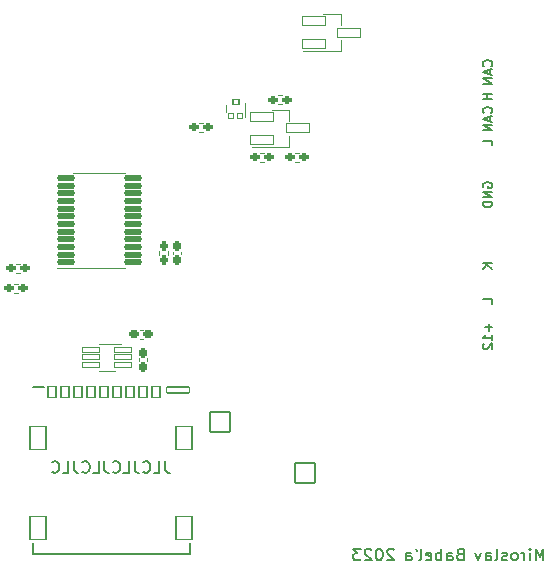
<source format=gbr>
%TF.GenerationSoftware,KiCad,Pcbnew,(7.0.0)*%
%TF.CreationDate,2023-03-16T22:42:37+01:00*%
%TF.ProjectId,iot_diagnostic_tool,696f745f-6469-4616-976e-6f737469635f,rev?*%
%TF.SameCoordinates,Original*%
%TF.FileFunction,Legend,Bot*%
%TF.FilePolarity,Positive*%
%FSLAX46Y46*%
G04 Gerber Fmt 4.6, Leading zero omitted, Abs format (unit mm)*
G04 Created by KiCad (PCBNEW (7.0.0)) date 2023-03-16 22:42:37*
%MOMM*%
%LPD*%
G01*
G04 APERTURE LIST*
G04 Aperture macros list*
%AMRoundRect*
0 Rectangle with rounded corners*
0 $1 Rounding radius*
0 $2 $3 $4 $5 $6 $7 $8 $9 X,Y pos of 4 corners*
0 Add a 4 corners polygon primitive as box body*
4,1,4,$2,$3,$4,$5,$6,$7,$8,$9,$2,$3,0*
0 Add four circle primitives for the rounded corners*
1,1,$1+$1,$2,$3*
1,1,$1+$1,$4,$5*
1,1,$1+$1,$6,$7*
1,1,$1+$1,$8,$9*
0 Add four rect primitives between the rounded corners*
20,1,$1+$1,$2,$3,$4,$5,0*
20,1,$1+$1,$4,$5,$6,$7,0*
20,1,$1+$1,$6,$7,$8,$9,0*
20,1,$1+$1,$8,$9,$2,$3,0*%
G04 Aperture macros list end*
%ADD10C,0.150000*%
%ADD11C,0.153000*%
%ADD12C,0.120000*%
%ADD13C,0.127000*%
%ADD14C,0.711200*%
%ADD15C,0.836200*%
%ADD16C,0.010000*%
%ADD17C,1.370000*%
%ADD18RoundRect,0.050000X-0.850000X-0.850000X0.850000X-0.850000X0.850000X0.850000X-0.850000X0.850000X0*%
%ADD19O,1.800000X1.800000*%
%ADD20RoundRect,0.050000X-0.950000X-0.400000X0.950000X-0.400000X0.950000X0.400000X-0.950000X0.400000X0*%
%ADD21RoundRect,0.150000X-0.637500X-0.100000X0.637500X-0.100000X0.637500X0.100000X-0.637500X0.100000X0*%
%ADD22RoundRect,0.205000X-0.155000X0.212500X-0.155000X-0.212500X0.155000X-0.212500X0.155000X0.212500X0*%
%ADD23RoundRect,0.210000X0.197500X0.160000X-0.197500X0.160000X-0.197500X-0.160000X0.197500X-0.160000X0*%
%ADD24RoundRect,0.205000X-0.212500X-0.155000X0.212500X-0.155000X0.212500X0.155000X-0.212500X0.155000X0*%
%ADD25RoundRect,0.205000X0.155000X-0.212500X0.155000X0.212500X-0.155000X0.212500X-0.155000X-0.212500X0*%
%ADD26RoundRect,0.210000X-0.160000X0.197500X-0.160000X-0.197500X0.160000X-0.197500X0.160000X0.197500X0*%
%ADD27RoundRect,0.210000X-0.197500X-0.160000X0.197500X-0.160000X0.197500X0.160000X-0.197500X0.160000X0*%
%ADD28RoundRect,0.050000X0.200000X-0.225000X0.200000X0.225000X-0.200000X0.225000X-0.200000X-0.225000X0*%
%ADD29RoundRect,0.050000X0.250000X-0.225000X0.250000X0.225000X-0.250000X0.225000X-0.250000X-0.225000X0*%
%ADD30RoundRect,0.050000X0.335000X-0.475000X0.335000X0.475000X-0.335000X0.475000X-0.335000X-0.475000X0*%
%ADD31RoundRect,0.050000X0.675000X-1.000000X0.675000X1.000000X-0.675000X1.000000X-0.675000X-1.000000X0*%
%ADD32RoundRect,0.050000X0.940000X0.250000X-0.940000X0.250000X-0.940000X-0.250000X0.940000X-0.250000X0*%
%ADD33RoundRect,0.050000X0.750000X0.200000X-0.750000X0.200000X-0.750000X-0.200000X0.750000X-0.200000X0*%
G04 APERTURE END LIST*
D10*
X169349714Y-76197619D02*
X169387809Y-76159523D01*
X169387809Y-76159523D02*
X169425904Y-76045238D01*
X169425904Y-76045238D02*
X169425904Y-75969047D01*
X169425904Y-75969047D02*
X169387809Y-75854761D01*
X169387809Y-75854761D02*
X169311619Y-75778571D01*
X169311619Y-75778571D02*
X169235428Y-75740476D01*
X169235428Y-75740476D02*
X169083047Y-75702380D01*
X169083047Y-75702380D02*
X168968761Y-75702380D01*
X168968761Y-75702380D02*
X168816380Y-75740476D01*
X168816380Y-75740476D02*
X168740190Y-75778571D01*
X168740190Y-75778571D02*
X168664000Y-75854761D01*
X168664000Y-75854761D02*
X168625904Y-75969047D01*
X168625904Y-75969047D02*
X168625904Y-76045238D01*
X168625904Y-76045238D02*
X168664000Y-76159523D01*
X168664000Y-76159523D02*
X168702095Y-76197619D01*
X169197333Y-76502380D02*
X169197333Y-76883333D01*
X169425904Y-76426190D02*
X168625904Y-76692857D01*
X168625904Y-76692857D02*
X169425904Y-76959523D01*
X169425904Y-77226190D02*
X168625904Y-77226190D01*
X168625904Y-77226190D02*
X169425904Y-77683333D01*
X169425904Y-77683333D02*
X168625904Y-77683333D01*
X169425904Y-78544285D02*
X168625904Y-78544285D01*
X169006857Y-78544285D02*
X169006857Y-79001428D01*
X169425904Y-79001428D02*
X168625904Y-79001428D01*
X169349714Y-80147619D02*
X169387809Y-80109523D01*
X169387809Y-80109523D02*
X169425904Y-79995238D01*
X169425904Y-79995238D02*
X169425904Y-79919047D01*
X169425904Y-79919047D02*
X169387809Y-79804761D01*
X169387809Y-79804761D02*
X169311619Y-79728571D01*
X169311619Y-79728571D02*
X169235428Y-79690476D01*
X169235428Y-79690476D02*
X169083047Y-79652380D01*
X169083047Y-79652380D02*
X168968761Y-79652380D01*
X168968761Y-79652380D02*
X168816380Y-79690476D01*
X168816380Y-79690476D02*
X168740190Y-79728571D01*
X168740190Y-79728571D02*
X168664000Y-79804761D01*
X168664000Y-79804761D02*
X168625904Y-79919047D01*
X168625904Y-79919047D02*
X168625904Y-79995238D01*
X168625904Y-79995238D02*
X168664000Y-80109523D01*
X168664000Y-80109523D02*
X168702095Y-80147619D01*
X169197333Y-80452380D02*
X169197333Y-80833333D01*
X169425904Y-80376190D02*
X168625904Y-80642857D01*
X168625904Y-80642857D02*
X169425904Y-80909523D01*
X169425904Y-81176190D02*
X168625904Y-81176190D01*
X168625904Y-81176190D02*
X169425904Y-81633333D01*
X169425904Y-81633333D02*
X168625904Y-81633333D01*
X169425904Y-82875237D02*
X169425904Y-82494285D01*
X169425904Y-82494285D02*
X168625904Y-82494285D01*
X168664000Y-86459523D02*
X168625904Y-86383333D01*
X168625904Y-86383333D02*
X168625904Y-86269047D01*
X168625904Y-86269047D02*
X168664000Y-86154761D01*
X168664000Y-86154761D02*
X168740190Y-86078571D01*
X168740190Y-86078571D02*
X168816380Y-86040476D01*
X168816380Y-86040476D02*
X168968761Y-86002380D01*
X168968761Y-86002380D02*
X169083047Y-86002380D01*
X169083047Y-86002380D02*
X169235428Y-86040476D01*
X169235428Y-86040476D02*
X169311619Y-86078571D01*
X169311619Y-86078571D02*
X169387809Y-86154761D01*
X169387809Y-86154761D02*
X169425904Y-86269047D01*
X169425904Y-86269047D02*
X169425904Y-86345238D01*
X169425904Y-86345238D02*
X169387809Y-86459523D01*
X169387809Y-86459523D02*
X169349714Y-86497619D01*
X169349714Y-86497619D02*
X169083047Y-86497619D01*
X169083047Y-86497619D02*
X169083047Y-86345238D01*
X169425904Y-86840476D02*
X168625904Y-86840476D01*
X168625904Y-86840476D02*
X169425904Y-87297619D01*
X169425904Y-87297619D02*
X168625904Y-87297619D01*
X169425904Y-87678571D02*
X168625904Y-87678571D01*
X168625904Y-87678571D02*
X168625904Y-87869047D01*
X168625904Y-87869047D02*
X168664000Y-87983333D01*
X168664000Y-87983333D02*
X168740190Y-88059523D01*
X168740190Y-88059523D02*
X168816380Y-88097618D01*
X168816380Y-88097618D02*
X168968761Y-88135714D01*
X168968761Y-88135714D02*
X169083047Y-88135714D01*
X169083047Y-88135714D02*
X169235428Y-88097618D01*
X169235428Y-88097618D02*
X169311619Y-88059523D01*
X169311619Y-88059523D02*
X169387809Y-87983333D01*
X169387809Y-87983333D02*
X169425904Y-87869047D01*
X169425904Y-87869047D02*
X169425904Y-87678571D01*
X169425904Y-92890476D02*
X168625904Y-92890476D01*
X169425904Y-93347619D02*
X168968761Y-93004761D01*
X168625904Y-93347619D02*
X169083047Y-92890476D01*
X169425904Y-96321428D02*
X169425904Y-95940476D01*
X169425904Y-95940476D02*
X168625904Y-95940476D01*
X169121142Y-97990476D02*
X169121142Y-98600000D01*
X169425904Y-98295238D02*
X168816380Y-98295238D01*
X169425904Y-99399999D02*
X169425904Y-98942856D01*
X169425904Y-99171428D02*
X168625904Y-99171428D01*
X168625904Y-99171428D02*
X168740190Y-99095237D01*
X168740190Y-99095237D02*
X168816380Y-99019047D01*
X168816380Y-99019047D02*
X168854476Y-98942856D01*
X168702095Y-99704761D02*
X168664000Y-99742857D01*
X168664000Y-99742857D02*
X168625904Y-99819047D01*
X168625904Y-99819047D02*
X168625904Y-100009523D01*
X168625904Y-100009523D02*
X168664000Y-100085714D01*
X168664000Y-100085714D02*
X168702095Y-100123809D01*
X168702095Y-100123809D02*
X168778285Y-100161904D01*
X168778285Y-100161904D02*
X168854476Y-100161904D01*
X168854476Y-100161904D02*
X168968761Y-100123809D01*
X168968761Y-100123809D02*
X169425904Y-99666666D01*
X169425904Y-99666666D02*
X169425904Y-100161904D01*
X173761904Y-118032380D02*
X173761904Y-117032380D01*
X173761904Y-117032380D02*
X173428571Y-117746666D01*
X173428571Y-117746666D02*
X173095238Y-117032380D01*
X173095238Y-117032380D02*
X173095238Y-118032380D01*
X172619047Y-118032380D02*
X172619047Y-117365714D01*
X172619047Y-117032380D02*
X172666666Y-117080000D01*
X172666666Y-117080000D02*
X172619047Y-117127619D01*
X172619047Y-117127619D02*
X172571428Y-117080000D01*
X172571428Y-117080000D02*
X172619047Y-117032380D01*
X172619047Y-117032380D02*
X172619047Y-117127619D01*
X172142857Y-118032380D02*
X172142857Y-117365714D01*
X172142857Y-117556190D02*
X172095238Y-117460952D01*
X172095238Y-117460952D02*
X172047619Y-117413333D01*
X172047619Y-117413333D02*
X171952381Y-117365714D01*
X171952381Y-117365714D02*
X171857143Y-117365714D01*
X171380952Y-118032380D02*
X171476190Y-117984761D01*
X171476190Y-117984761D02*
X171523809Y-117937142D01*
X171523809Y-117937142D02*
X171571428Y-117841904D01*
X171571428Y-117841904D02*
X171571428Y-117556190D01*
X171571428Y-117556190D02*
X171523809Y-117460952D01*
X171523809Y-117460952D02*
X171476190Y-117413333D01*
X171476190Y-117413333D02*
X171380952Y-117365714D01*
X171380952Y-117365714D02*
X171238095Y-117365714D01*
X171238095Y-117365714D02*
X171142857Y-117413333D01*
X171142857Y-117413333D02*
X171095238Y-117460952D01*
X171095238Y-117460952D02*
X171047619Y-117556190D01*
X171047619Y-117556190D02*
X171047619Y-117841904D01*
X171047619Y-117841904D02*
X171095238Y-117937142D01*
X171095238Y-117937142D02*
X171142857Y-117984761D01*
X171142857Y-117984761D02*
X171238095Y-118032380D01*
X171238095Y-118032380D02*
X171380952Y-118032380D01*
X170666666Y-117984761D02*
X170571428Y-118032380D01*
X170571428Y-118032380D02*
X170380952Y-118032380D01*
X170380952Y-118032380D02*
X170285714Y-117984761D01*
X170285714Y-117984761D02*
X170238095Y-117889523D01*
X170238095Y-117889523D02*
X170238095Y-117841904D01*
X170238095Y-117841904D02*
X170285714Y-117746666D01*
X170285714Y-117746666D02*
X170380952Y-117699047D01*
X170380952Y-117699047D02*
X170523809Y-117699047D01*
X170523809Y-117699047D02*
X170619047Y-117651428D01*
X170619047Y-117651428D02*
X170666666Y-117556190D01*
X170666666Y-117556190D02*
X170666666Y-117508571D01*
X170666666Y-117508571D02*
X170619047Y-117413333D01*
X170619047Y-117413333D02*
X170523809Y-117365714D01*
X170523809Y-117365714D02*
X170380952Y-117365714D01*
X170380952Y-117365714D02*
X170285714Y-117413333D01*
X169666666Y-118032380D02*
X169761904Y-117984761D01*
X169761904Y-117984761D02*
X169809523Y-117889523D01*
X169809523Y-117889523D02*
X169809523Y-117032380D01*
X168857142Y-118032380D02*
X168857142Y-117508571D01*
X168857142Y-117508571D02*
X168904761Y-117413333D01*
X168904761Y-117413333D02*
X168999999Y-117365714D01*
X168999999Y-117365714D02*
X169190475Y-117365714D01*
X169190475Y-117365714D02*
X169285713Y-117413333D01*
X168857142Y-117984761D02*
X168952380Y-118032380D01*
X168952380Y-118032380D02*
X169190475Y-118032380D01*
X169190475Y-118032380D02*
X169285713Y-117984761D01*
X169285713Y-117984761D02*
X169333332Y-117889523D01*
X169333332Y-117889523D02*
X169333332Y-117794285D01*
X169333332Y-117794285D02*
X169285713Y-117699047D01*
X169285713Y-117699047D02*
X169190475Y-117651428D01*
X169190475Y-117651428D02*
X168952380Y-117651428D01*
X168952380Y-117651428D02*
X168857142Y-117603809D01*
X168476189Y-117365714D02*
X168238094Y-118032380D01*
X168238094Y-118032380D02*
X167999999Y-117365714D01*
X166685713Y-117508571D02*
X166542856Y-117556190D01*
X166542856Y-117556190D02*
X166495237Y-117603809D01*
X166495237Y-117603809D02*
X166447618Y-117699047D01*
X166447618Y-117699047D02*
X166447618Y-117841904D01*
X166447618Y-117841904D02*
X166495237Y-117937142D01*
X166495237Y-117937142D02*
X166542856Y-117984761D01*
X166542856Y-117984761D02*
X166638094Y-118032380D01*
X166638094Y-118032380D02*
X167019046Y-118032380D01*
X167019046Y-118032380D02*
X167019046Y-117032380D01*
X167019046Y-117032380D02*
X166685713Y-117032380D01*
X166685713Y-117032380D02*
X166590475Y-117080000D01*
X166590475Y-117080000D02*
X166542856Y-117127619D01*
X166542856Y-117127619D02*
X166495237Y-117222857D01*
X166495237Y-117222857D02*
X166495237Y-117318095D01*
X166495237Y-117318095D02*
X166542856Y-117413333D01*
X166542856Y-117413333D02*
X166590475Y-117460952D01*
X166590475Y-117460952D02*
X166685713Y-117508571D01*
X166685713Y-117508571D02*
X167019046Y-117508571D01*
X165590475Y-118032380D02*
X165590475Y-117508571D01*
X165590475Y-117508571D02*
X165638094Y-117413333D01*
X165638094Y-117413333D02*
X165733332Y-117365714D01*
X165733332Y-117365714D02*
X165923808Y-117365714D01*
X165923808Y-117365714D02*
X166019046Y-117413333D01*
X165590475Y-117984761D02*
X165685713Y-118032380D01*
X165685713Y-118032380D02*
X165923808Y-118032380D01*
X165923808Y-118032380D02*
X166019046Y-117984761D01*
X166019046Y-117984761D02*
X166066665Y-117889523D01*
X166066665Y-117889523D02*
X166066665Y-117794285D01*
X166066665Y-117794285D02*
X166019046Y-117699047D01*
X166019046Y-117699047D02*
X165923808Y-117651428D01*
X165923808Y-117651428D02*
X165685713Y-117651428D01*
X165685713Y-117651428D02*
X165590475Y-117603809D01*
X165114284Y-118032380D02*
X165114284Y-117032380D01*
X165114284Y-117413333D02*
X165019046Y-117365714D01*
X165019046Y-117365714D02*
X164828570Y-117365714D01*
X164828570Y-117365714D02*
X164733332Y-117413333D01*
X164733332Y-117413333D02*
X164685713Y-117460952D01*
X164685713Y-117460952D02*
X164638094Y-117556190D01*
X164638094Y-117556190D02*
X164638094Y-117841904D01*
X164638094Y-117841904D02*
X164685713Y-117937142D01*
X164685713Y-117937142D02*
X164733332Y-117984761D01*
X164733332Y-117984761D02*
X164828570Y-118032380D01*
X164828570Y-118032380D02*
X165019046Y-118032380D01*
X165019046Y-118032380D02*
X165114284Y-117984761D01*
X163828570Y-117984761D02*
X163923808Y-118032380D01*
X163923808Y-118032380D02*
X164114284Y-118032380D01*
X164114284Y-118032380D02*
X164209522Y-117984761D01*
X164209522Y-117984761D02*
X164257141Y-117889523D01*
X164257141Y-117889523D02*
X164257141Y-117508571D01*
X164257141Y-117508571D02*
X164209522Y-117413333D01*
X164209522Y-117413333D02*
X164114284Y-117365714D01*
X164114284Y-117365714D02*
X163923808Y-117365714D01*
X163923808Y-117365714D02*
X163828570Y-117413333D01*
X163828570Y-117413333D02*
X163780951Y-117508571D01*
X163780951Y-117508571D02*
X163780951Y-117603809D01*
X163780951Y-117603809D02*
X164257141Y-117699047D01*
X163209522Y-118032380D02*
X163304760Y-117984761D01*
X163304760Y-117984761D02*
X163352379Y-117889523D01*
X163352379Y-117889523D02*
X163352379Y-117032380D01*
X162971427Y-117032380D02*
X163066665Y-117222857D01*
X162114284Y-118032380D02*
X162114284Y-117508571D01*
X162114284Y-117508571D02*
X162161903Y-117413333D01*
X162161903Y-117413333D02*
X162257141Y-117365714D01*
X162257141Y-117365714D02*
X162447617Y-117365714D01*
X162447617Y-117365714D02*
X162542855Y-117413333D01*
X162114284Y-117984761D02*
X162209522Y-118032380D01*
X162209522Y-118032380D02*
X162447617Y-118032380D01*
X162447617Y-118032380D02*
X162542855Y-117984761D01*
X162542855Y-117984761D02*
X162590474Y-117889523D01*
X162590474Y-117889523D02*
X162590474Y-117794285D01*
X162590474Y-117794285D02*
X162542855Y-117699047D01*
X162542855Y-117699047D02*
X162447617Y-117651428D01*
X162447617Y-117651428D02*
X162209522Y-117651428D01*
X162209522Y-117651428D02*
X162114284Y-117603809D01*
X161085712Y-117127619D02*
X161038093Y-117080000D01*
X161038093Y-117080000D02*
X160942855Y-117032380D01*
X160942855Y-117032380D02*
X160704760Y-117032380D01*
X160704760Y-117032380D02*
X160609522Y-117080000D01*
X160609522Y-117080000D02*
X160561903Y-117127619D01*
X160561903Y-117127619D02*
X160514284Y-117222857D01*
X160514284Y-117222857D02*
X160514284Y-117318095D01*
X160514284Y-117318095D02*
X160561903Y-117460952D01*
X160561903Y-117460952D02*
X161133331Y-118032380D01*
X161133331Y-118032380D02*
X160514284Y-118032380D01*
X159895236Y-117032380D02*
X159799998Y-117032380D01*
X159799998Y-117032380D02*
X159704760Y-117080000D01*
X159704760Y-117080000D02*
X159657141Y-117127619D01*
X159657141Y-117127619D02*
X159609522Y-117222857D01*
X159609522Y-117222857D02*
X159561903Y-117413333D01*
X159561903Y-117413333D02*
X159561903Y-117651428D01*
X159561903Y-117651428D02*
X159609522Y-117841904D01*
X159609522Y-117841904D02*
X159657141Y-117937142D01*
X159657141Y-117937142D02*
X159704760Y-117984761D01*
X159704760Y-117984761D02*
X159799998Y-118032380D01*
X159799998Y-118032380D02*
X159895236Y-118032380D01*
X159895236Y-118032380D02*
X159990474Y-117984761D01*
X159990474Y-117984761D02*
X160038093Y-117937142D01*
X160038093Y-117937142D02*
X160085712Y-117841904D01*
X160085712Y-117841904D02*
X160133331Y-117651428D01*
X160133331Y-117651428D02*
X160133331Y-117413333D01*
X160133331Y-117413333D02*
X160085712Y-117222857D01*
X160085712Y-117222857D02*
X160038093Y-117127619D01*
X160038093Y-117127619D02*
X159990474Y-117080000D01*
X159990474Y-117080000D02*
X159895236Y-117032380D01*
X159180950Y-117127619D02*
X159133331Y-117080000D01*
X159133331Y-117080000D02*
X159038093Y-117032380D01*
X159038093Y-117032380D02*
X158799998Y-117032380D01*
X158799998Y-117032380D02*
X158704760Y-117080000D01*
X158704760Y-117080000D02*
X158657141Y-117127619D01*
X158657141Y-117127619D02*
X158609522Y-117222857D01*
X158609522Y-117222857D02*
X158609522Y-117318095D01*
X158609522Y-117318095D02*
X158657141Y-117460952D01*
X158657141Y-117460952D02*
X159228569Y-118032380D01*
X159228569Y-118032380D02*
X158609522Y-118032380D01*
X158276188Y-117032380D02*
X157657141Y-117032380D01*
X157657141Y-117032380D02*
X157990474Y-117413333D01*
X157990474Y-117413333D02*
X157847617Y-117413333D01*
X157847617Y-117413333D02*
X157752379Y-117460952D01*
X157752379Y-117460952D02*
X157704760Y-117508571D01*
X157704760Y-117508571D02*
X157657141Y-117603809D01*
X157657141Y-117603809D02*
X157657141Y-117841904D01*
X157657141Y-117841904D02*
X157704760Y-117937142D01*
X157704760Y-117937142D02*
X157752379Y-117984761D01*
X157752379Y-117984761D02*
X157847617Y-118032380D01*
X157847617Y-118032380D02*
X158133331Y-118032380D01*
X158133331Y-118032380D02*
X158228569Y-117984761D01*
X158228569Y-117984761D02*
X158276188Y-117937142D01*
D11*
X141726190Y-109632380D02*
X141726190Y-110346666D01*
X141726190Y-110346666D02*
X141773809Y-110489523D01*
X141773809Y-110489523D02*
X141869047Y-110584761D01*
X141869047Y-110584761D02*
X142011904Y-110632380D01*
X142011904Y-110632380D02*
X142107142Y-110632380D01*
X140773809Y-110632380D02*
X141249999Y-110632380D01*
X141249999Y-110632380D02*
X141249999Y-109632380D01*
X139869047Y-110537142D02*
X139916666Y-110584761D01*
X139916666Y-110584761D02*
X140059523Y-110632380D01*
X140059523Y-110632380D02*
X140154761Y-110632380D01*
X140154761Y-110632380D02*
X140297618Y-110584761D01*
X140297618Y-110584761D02*
X140392856Y-110489523D01*
X140392856Y-110489523D02*
X140440475Y-110394285D01*
X140440475Y-110394285D02*
X140488094Y-110203809D01*
X140488094Y-110203809D02*
X140488094Y-110060952D01*
X140488094Y-110060952D02*
X140440475Y-109870476D01*
X140440475Y-109870476D02*
X140392856Y-109775238D01*
X140392856Y-109775238D02*
X140297618Y-109680000D01*
X140297618Y-109680000D02*
X140154761Y-109632380D01*
X140154761Y-109632380D02*
X140059523Y-109632380D01*
X140059523Y-109632380D02*
X139916666Y-109680000D01*
X139916666Y-109680000D02*
X139869047Y-109727619D01*
X139154761Y-109632380D02*
X139154761Y-110346666D01*
X139154761Y-110346666D02*
X139202380Y-110489523D01*
X139202380Y-110489523D02*
X139297618Y-110584761D01*
X139297618Y-110584761D02*
X139440475Y-110632380D01*
X139440475Y-110632380D02*
X139535713Y-110632380D01*
X138202380Y-110632380D02*
X138678570Y-110632380D01*
X138678570Y-110632380D02*
X138678570Y-109632380D01*
X137297618Y-110537142D02*
X137345237Y-110584761D01*
X137345237Y-110584761D02*
X137488094Y-110632380D01*
X137488094Y-110632380D02*
X137583332Y-110632380D01*
X137583332Y-110632380D02*
X137726189Y-110584761D01*
X137726189Y-110584761D02*
X137821427Y-110489523D01*
X137821427Y-110489523D02*
X137869046Y-110394285D01*
X137869046Y-110394285D02*
X137916665Y-110203809D01*
X137916665Y-110203809D02*
X137916665Y-110060952D01*
X137916665Y-110060952D02*
X137869046Y-109870476D01*
X137869046Y-109870476D02*
X137821427Y-109775238D01*
X137821427Y-109775238D02*
X137726189Y-109680000D01*
X137726189Y-109680000D02*
X137583332Y-109632380D01*
X137583332Y-109632380D02*
X137488094Y-109632380D01*
X137488094Y-109632380D02*
X137345237Y-109680000D01*
X137345237Y-109680000D02*
X137297618Y-109727619D01*
X136583332Y-109632380D02*
X136583332Y-110346666D01*
X136583332Y-110346666D02*
X136630951Y-110489523D01*
X136630951Y-110489523D02*
X136726189Y-110584761D01*
X136726189Y-110584761D02*
X136869046Y-110632380D01*
X136869046Y-110632380D02*
X136964284Y-110632380D01*
X135630951Y-110632380D02*
X136107141Y-110632380D01*
X136107141Y-110632380D02*
X136107141Y-109632380D01*
X134726189Y-110537142D02*
X134773808Y-110584761D01*
X134773808Y-110584761D02*
X134916665Y-110632380D01*
X134916665Y-110632380D02*
X135011903Y-110632380D01*
X135011903Y-110632380D02*
X135154760Y-110584761D01*
X135154760Y-110584761D02*
X135249998Y-110489523D01*
X135249998Y-110489523D02*
X135297617Y-110394285D01*
X135297617Y-110394285D02*
X135345236Y-110203809D01*
X135345236Y-110203809D02*
X135345236Y-110060952D01*
X135345236Y-110060952D02*
X135297617Y-109870476D01*
X135297617Y-109870476D02*
X135249998Y-109775238D01*
X135249998Y-109775238D02*
X135154760Y-109680000D01*
X135154760Y-109680000D02*
X135011903Y-109632380D01*
X135011903Y-109632380D02*
X134916665Y-109632380D01*
X134916665Y-109632380D02*
X134773808Y-109680000D01*
X134773808Y-109680000D02*
X134726189Y-109727619D01*
X134011903Y-109632380D02*
X134011903Y-110346666D01*
X134011903Y-110346666D02*
X134059522Y-110489523D01*
X134059522Y-110489523D02*
X134154760Y-110584761D01*
X134154760Y-110584761D02*
X134297617Y-110632380D01*
X134297617Y-110632380D02*
X134392855Y-110632380D01*
X133059522Y-110632380D02*
X133535712Y-110632380D01*
X133535712Y-110632380D02*
X133535712Y-109632380D01*
X132154760Y-110537142D02*
X132202379Y-110584761D01*
X132202379Y-110584761D02*
X132345236Y-110632380D01*
X132345236Y-110632380D02*
X132440474Y-110632380D01*
X132440474Y-110632380D02*
X132583331Y-110584761D01*
X132583331Y-110584761D02*
X132678569Y-110489523D01*
X132678569Y-110489523D02*
X132726188Y-110394285D01*
X132726188Y-110394285D02*
X132773807Y-110203809D01*
X132773807Y-110203809D02*
X132773807Y-110060952D01*
X132773807Y-110060952D02*
X132726188Y-109870476D01*
X132726188Y-109870476D02*
X132678569Y-109775238D01*
X132678569Y-109775238D02*
X132583331Y-109680000D01*
X132583331Y-109680000D02*
X132440474Y-109632380D01*
X132440474Y-109632380D02*
X132345236Y-109632380D01*
X132345236Y-109632380D02*
X132202379Y-109680000D01*
X132202379Y-109680000D02*
X132154760Y-109727619D01*
D12*
%TO.C,Q5*%
X156585000Y-71770000D02*
X155125000Y-71770000D01*
X156585000Y-71770000D02*
X156585000Y-72700000D01*
X156585000Y-74930000D02*
X153425000Y-74930000D01*
X156585000Y-74930000D02*
X156585000Y-74000000D01*
%TO.C,U8*%
X136162500Y-85190000D02*
X133962500Y-85190000D01*
X136162500Y-85190000D02*
X138362500Y-85190000D01*
X136162500Y-93260000D02*
X132562500Y-93260000D01*
X136162500Y-93260000D02*
X138362500Y-93260000D01*
%TO.C,C27*%
X143110000Y-91884165D02*
X143110000Y-92115835D01*
X142390000Y-91884165D02*
X142390000Y-92115835D01*
%TO.C,R41*%
X153042621Y-84280000D02*
X152707379Y-84280000D01*
X153042621Y-83520000D02*
X152707379Y-83520000D01*
%TO.C,C32*%
X139584165Y-98540000D02*
X139815835Y-98540000D01*
X139584165Y-99260000D02*
X139815835Y-99260000D01*
%TO.C,Q3*%
X152210000Y-79870000D02*
X150750000Y-79870000D01*
X152210000Y-79870000D02*
X152210000Y-80800000D01*
X152210000Y-83030000D02*
X149050000Y-83030000D01*
X152210000Y-83030000D02*
X152210000Y-82100000D01*
%TO.C,C33*%
X139490000Y-101165835D02*
X139490000Y-100934165D01*
X140210000Y-101165835D02*
X140210000Y-100934165D01*
%TO.C,R16*%
X141980000Y-91832379D02*
X141980000Y-92167621D01*
X141220000Y-91832379D02*
X141220000Y-92167621D01*
%TO.C,R40*%
X151307379Y-78670000D02*
X151642621Y-78670000D01*
X151307379Y-79430000D02*
X151642621Y-79430000D01*
%TO.C,R45*%
X129467621Y-93680000D02*
X129132379Y-93680000D01*
X129467621Y-92920000D02*
X129132379Y-92920000D01*
%TO.C,R43*%
X144917621Y-81730000D02*
X144582379Y-81730000D01*
X144917621Y-80970000D02*
X144582379Y-80970000D01*
%TO.C,Q6*%
X146900000Y-79500000D02*
X146900000Y-80100000D01*
X148500000Y-79300000D02*
X148500000Y-80500000D01*
%TO.C,R42*%
X150067621Y-84280000D02*
X149732379Y-84280000D01*
X150067621Y-83520000D02*
X149732379Y-83520000D01*
%TO.C,R44*%
X128932379Y-94620000D02*
X129267621Y-94620000D01*
X128932379Y-95380000D02*
X129267621Y-95380000D01*
D13*
%TO.C,J3*%
X143830000Y-116570000D02*
X143830000Y-117525000D01*
X131483000Y-103372000D02*
X130533000Y-103372000D01*
X130533000Y-103372000D02*
X130533000Y-103376000D01*
X130530000Y-117525000D02*
X143830000Y-117525000D01*
X130530000Y-116570000D02*
X130530000Y-117525000D01*
D12*
%TO.C,D5*%
X137500000Y-102010000D02*
X136100000Y-102010000D01*
X136100000Y-99690000D02*
X138000000Y-99690000D01*
%TD*%
%LPC*%
D14*
%TO.C,J7*%
X171205600Y-75050000D02*
G75*
G03*
X171205600Y-75050000I-355600J0D01*
G01*
D15*
X173228100Y-78050000D02*
G75*
G03*
X173228100Y-78050000I-418100J0D01*
G01*
X173228100Y-81050000D02*
G75*
G03*
X173228100Y-81050000I-418100J0D01*
G01*
X173228100Y-84050000D02*
G75*
G03*
X173228100Y-84050000I-418100J0D01*
G01*
X173228100Y-87050000D02*
G75*
G03*
X173228100Y-87050000I-418100J0D01*
G01*
X173228100Y-90050000D02*
G75*
G03*
X173228100Y-90050000I-418100J0D01*
G01*
X173228100Y-93050000D02*
G75*
G03*
X173228100Y-93050000I-418100J0D01*
G01*
X173228100Y-96050000D02*
G75*
G03*
X173228100Y-96050000I-418100J0D01*
G01*
D14*
X171205600Y-102050000D02*
G75*
G03*
X171205600Y-102050000I-355600J0D01*
G01*
G36*
X173646200Y-99886200D02*
G01*
X171973800Y-99886200D01*
X171973800Y-98213800D01*
X173646200Y-98213800D01*
X173646200Y-99886200D01*
G37*
D16*
X173646200Y-99886200D02*
X171973800Y-99886200D01*
X171973800Y-98213800D01*
X173646200Y-98213800D01*
X173646200Y-99886200D01*
%TD*%
D17*
%TO.C,J7*%
X170850000Y-75050000D03*
X170850000Y-102050000D03*
%TD*%
D18*
%TO.C,J6*%
X153550000Y-110620000D03*
D19*
X153549999Y-113159999D03*
X153549999Y-115699999D03*
%TD*%
D18*
%TO.C,J5*%
X146370000Y-106280001D03*
D19*
X148909999Y-106280000D03*
X146369999Y-108820000D03*
X148909999Y-108820000D03*
X146369999Y-111360000D03*
X148909999Y-111360000D03*
X146369999Y-113900000D03*
X148909999Y-113900000D03*
X146369999Y-116440000D03*
X148909999Y-116440000D03*
%TD*%
D20*
%TO.C,Q5*%
X154325000Y-74300000D03*
X154325000Y-72400000D03*
X157325000Y-73350000D03*
%TD*%
D21*
%TO.C,U8*%
X133300000Y-92800000D03*
X133300000Y-92150000D03*
X133300000Y-91500000D03*
X133300000Y-90850000D03*
X133300000Y-90200000D03*
X133300000Y-89550000D03*
X133300000Y-88900000D03*
X133300000Y-88250000D03*
X133300000Y-87600000D03*
X133300000Y-86950000D03*
X133300000Y-86300000D03*
X133300000Y-85650000D03*
X139025000Y-85650000D03*
X139025000Y-86300000D03*
X139025000Y-86950000D03*
X139025000Y-87600000D03*
X139025000Y-88250000D03*
X139025000Y-88900000D03*
X139025000Y-89550000D03*
X139025000Y-90200000D03*
X139025000Y-90850000D03*
X139025000Y-91500000D03*
X139025000Y-92150000D03*
X139025000Y-92800000D03*
%TD*%
D22*
%TO.C,C27*%
X142750000Y-91432500D03*
X142750000Y-92567500D03*
%TD*%
D23*
%TO.C,R41*%
X153472500Y-83900000D03*
X152277500Y-83900000D03*
%TD*%
D24*
%TO.C,C32*%
X139132500Y-98900000D03*
X140267500Y-98900000D03*
%TD*%
D20*
%TO.C,Q3*%
X149950000Y-82400000D03*
X149950000Y-80500000D03*
X152950000Y-81450000D03*
%TD*%
D25*
%TO.C,C33*%
X139850000Y-101617500D03*
X139850000Y-100482500D03*
%TD*%
D26*
%TO.C,R16*%
X141600000Y-91402500D03*
X141600000Y-92597500D03*
%TD*%
D27*
%TO.C,R40*%
X150877500Y-79050000D03*
X152072500Y-79050000D03*
%TD*%
D23*
%TO.C,R45*%
X129897500Y-93300000D03*
X128702500Y-93300000D03*
%TD*%
%TO.C,R43*%
X145347500Y-81350000D03*
X144152500Y-81350000D03*
%TD*%
D28*
%TO.C,Q6*%
X148100000Y-80375000D03*
X147300000Y-80375000D03*
D29*
X147700000Y-79225000D03*
%TD*%
D23*
%TO.C,R42*%
X150497500Y-83900000D03*
X149302500Y-83900000D03*
%TD*%
D27*
%TO.C,R44*%
X128502500Y-95000000D03*
X129697500Y-95000000D03*
%TD*%
D30*
%TO.C,J3*%
X132150000Y-103800000D03*
X135450000Y-103800000D03*
X137650000Y-103800000D03*
X139850000Y-103800000D03*
X133250000Y-103800000D03*
X136550000Y-103800000D03*
X138750000Y-103800000D03*
X140950000Y-103800000D03*
X134350000Y-103800000D03*
D31*
X143355000Y-107675000D03*
X131005000Y-107675000D03*
X131005000Y-115325000D03*
X143355000Y-115325000D03*
D32*
X142790000Y-103575000D03*
%TD*%
D33*
%TO.C,D5*%
X138130000Y-100200000D03*
X138130000Y-100850000D03*
X138130000Y-101500000D03*
X135470000Y-101500000D03*
X135470000Y-100850000D03*
X135470000Y-100200000D03*
%TD*%
M02*

</source>
